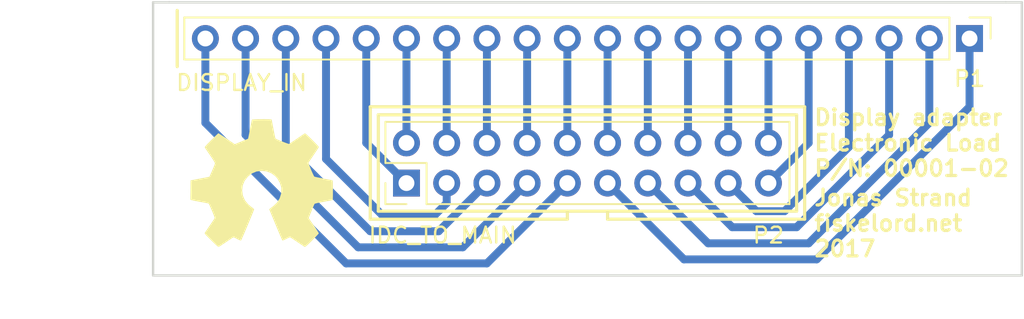
<source format=kicad_pcb>
(kicad_pcb (version 4) (host pcbnew 4.0.5)

  (general
    (links 20)
    (no_connects 0)
    (area 138.354999 67.488999 193.369001 84.911001)
    (thickness 1.6)
    (drawings 26)
    (tracks 51)
    (zones 0)
    (modules 3)
    (nets 21)
  )

  (page A4)
  (layers
    (0 F.Cu signal)
    (31 B.Cu signal)
    (32 B.Adhes user)
    (33 F.Adhes user)
    (34 B.Paste user)
    (35 F.Paste user)
    (36 B.SilkS user)
    (37 F.SilkS user)
    (38 B.Mask user)
    (39 F.Mask user)
    (40 Dwgs.User user)
    (41 Cmts.User user)
    (42 Eco1.User user)
    (43 Eco2.User user)
    (44 Edge.Cuts user)
    (45 Margin user)
    (46 B.CrtYd user)
    (47 F.CrtYd user)
    (48 B.Fab user)
    (49 F.Fab user)
  )

  (setup
    (last_trace_width 0.5)
    (trace_clearance 0.2)
    (zone_clearance 0.508)
    (zone_45_only no)
    (trace_min 0.2)
    (segment_width 0.2)
    (edge_width 0.15)
    (via_size 0.6)
    (via_drill 0.4)
    (via_min_size 0.4)
    (via_min_drill 0.3)
    (uvia_size 0.3)
    (uvia_drill 0.1)
    (uvias_allowed no)
    (uvia_min_size 0.2)
    (uvia_min_drill 0.1)
    (pcb_text_width 0.3)
    (pcb_text_size 1.5 1.5)
    (mod_edge_width 0.15)
    (mod_text_size 1 1)
    (mod_text_width 0.15)
    (pad_size 1.524 1.524)
    (pad_drill 0.762)
    (pad_to_mask_clearance 0.2)
    (aux_axis_origin 0 0)
    (visible_elements FFFFFF7F)
    (pcbplotparams
      (layerselection 0x010f0_80000001)
      (usegerberextensions false)
      (excludeedgelayer true)
      (linewidth 0.100000)
      (plotframeref false)
      (viasonmask false)
      (mode 1)
      (useauxorigin false)
      (hpglpennumber 1)
      (hpglpenspeed 20)
      (hpglpendiameter 15)
      (hpglpenoverlay 2)
      (psnegative false)
      (psa4output false)
      (plotreference true)
      (plotvalue true)
      (plotinvisibletext false)
      (padsonsilk false)
      (subtractmaskfromsilk false)
      (outputformat 1)
      (mirror false)
      (drillshape 0)
      (scaleselection 1)
      (outputdirectory gerber/))
  )

  (net 0 "")
  (net 1 /CS1)
  (net 2 /CS2)
  (net 3 /VSS)
  (net 4 /VDD)
  (net 5 /Vo)
  (net 6 /D/I)
  (net 7 /R/W)
  (net 8 /EN)
  (net 9 /DB0)
  (net 10 /DB1)
  (net 11 /DB2)
  (net 12 /DB3)
  (net 13 /DB4)
  (net 14 /DB5)
  (net 15 /DB6)
  (net 16 /DB7)
  (net 17 /RST)
  (net 18 /VEE)
  (net 19 /BCK_A)
  (net 20 /BCK_K)

  (net_class Default "This is the default net class."
    (clearance 0.2)
    (trace_width 0.5)
    (via_dia 0.6)
    (via_drill 0.4)
    (uvia_dia 0.3)
    (uvia_drill 0.1)
    (add_net /BCK_A)
    (add_net /BCK_K)
    (add_net /CS1)
    (add_net /CS2)
    (add_net /D/I)
    (add_net /DB0)
    (add_net /DB1)
    (add_net /DB2)
    (add_net /DB3)
    (add_net /DB4)
    (add_net /DB5)
    (add_net /DB6)
    (add_net /DB7)
    (add_net /EN)
    (add_net /R/W)
    (add_net /RST)
    (add_net /VDD)
    (add_net /VEE)
    (add_net /VSS)
    (add_net /Vo)
  )

  (module Pin_Headers:Pin_Header_Straight_1x20_Pitch2.54mm (layer F.Cu) (tedit 59D61C89) (tstamp 59D601BE)
    (at 189.992 69.85 270)
    (descr "Through hole straight pin header, 1x20, 2.54mm pitch, single row")
    (tags "Through hole pin header THT 1x20 2.54mm single row")
    (path /59D6002C)
    (fp_text reference P1 (at 2.54 0 360) (layer F.SilkS)
      (effects (font (size 1 1) (thickness 0.15)))
    )
    (fp_text value DISPLAY_IN (at 2.794 45.974 360) (layer F.Fab)
      (effects (font (size 1 1) (thickness 0.15)))
    )
    (fp_line (start -0.635 -1.27) (end 1.27 -1.27) (layer F.Fab) (width 0.1))
    (fp_line (start 1.27 -1.27) (end 1.27 49.53) (layer F.Fab) (width 0.1))
    (fp_line (start 1.27 49.53) (end -1.27 49.53) (layer F.Fab) (width 0.1))
    (fp_line (start -1.27 49.53) (end -1.27 -0.635) (layer F.Fab) (width 0.1))
    (fp_line (start -1.27 -0.635) (end -0.635 -1.27) (layer F.Fab) (width 0.1))
    (fp_line (start -1.33 49.59) (end 1.33 49.59) (layer F.SilkS) (width 0.12))
    (fp_line (start -1.33 1.27) (end -1.33 49.59) (layer F.SilkS) (width 0.12))
    (fp_line (start 1.33 1.27) (end 1.33 49.59) (layer F.SilkS) (width 0.12))
    (fp_line (start -1.33 1.27) (end 1.33 1.27) (layer F.SilkS) (width 0.12))
    (fp_line (start -1.33 0) (end -1.33 -1.33) (layer F.SilkS) (width 0.12))
    (fp_line (start -1.33 -1.33) (end 0 -1.33) (layer F.SilkS) (width 0.12))
    (fp_line (start -1.8 -1.8) (end -1.8 50.05) (layer F.CrtYd) (width 0.05))
    (fp_line (start -1.8 50.05) (end 1.8 50.05) (layer F.CrtYd) (width 0.05))
    (fp_line (start 1.8 50.05) (end 1.8 -1.8) (layer F.CrtYd) (width 0.05))
    (fp_line (start 1.8 -1.8) (end -1.8 -1.8) (layer F.CrtYd) (width 0.05))
    (fp_text user %R (at 2.54 0 360) (layer F.Fab)
      (effects (font (size 1 1) (thickness 0.15)))
    )
    (pad 1 thru_hole rect (at 0 0 270) (size 1.7 1.7) (drill 1) (layers *.Cu *.Mask)
      (net 1 /CS1))
    (pad 2 thru_hole oval (at 0 2.54 270) (size 1.7 1.7) (drill 1) (layers *.Cu *.Mask)
      (net 2 /CS2))
    (pad 3 thru_hole oval (at 0 5.08 270) (size 1.7 1.7) (drill 1) (layers *.Cu *.Mask)
      (net 3 /VSS))
    (pad 4 thru_hole oval (at 0 7.62 270) (size 1.7 1.7) (drill 1) (layers *.Cu *.Mask)
      (net 4 /VDD))
    (pad 5 thru_hole oval (at 0 10.16 270) (size 1.7 1.7) (drill 1) (layers *.Cu *.Mask)
      (net 5 /Vo))
    (pad 6 thru_hole oval (at 0 12.7 270) (size 1.7 1.7) (drill 1) (layers *.Cu *.Mask)
      (net 6 /D/I))
    (pad 7 thru_hole oval (at 0 15.24 270) (size 1.7 1.7) (drill 1) (layers *.Cu *.Mask)
      (net 7 /R/W))
    (pad 8 thru_hole oval (at 0 17.78 270) (size 1.7 1.7) (drill 1) (layers *.Cu *.Mask)
      (net 8 /EN))
    (pad 9 thru_hole oval (at 0 20.32 270) (size 1.7 1.7) (drill 1) (layers *.Cu *.Mask)
      (net 9 /DB0))
    (pad 10 thru_hole oval (at 0 22.86 270) (size 1.7 1.7) (drill 1) (layers *.Cu *.Mask)
      (net 10 /DB1))
    (pad 11 thru_hole oval (at 0 25.4 270) (size 1.7 1.7) (drill 1) (layers *.Cu *.Mask)
      (net 11 /DB2))
    (pad 12 thru_hole oval (at 0 27.94 270) (size 1.7 1.7) (drill 1) (layers *.Cu *.Mask)
      (net 12 /DB3))
    (pad 13 thru_hole oval (at 0 30.48 270) (size 1.7 1.7) (drill 1) (layers *.Cu *.Mask)
      (net 13 /DB4))
    (pad 14 thru_hole oval (at 0 33.02 270) (size 1.7 1.7) (drill 1) (layers *.Cu *.Mask)
      (net 14 /DB5))
    (pad 15 thru_hole oval (at 0 35.56 270) (size 1.7 1.7) (drill 1) (layers *.Cu *.Mask)
      (net 15 /DB6))
    (pad 16 thru_hole oval (at 0 38.1 270) (size 1.7 1.7) (drill 1) (layers *.Cu *.Mask)
      (net 16 /DB7))
    (pad 17 thru_hole oval (at 0 40.64 270) (size 1.7 1.7) (drill 1) (layers *.Cu *.Mask)
      (net 17 /RST))
    (pad 18 thru_hole oval (at 0 43.18 270) (size 1.7 1.7) (drill 1) (layers *.Cu *.Mask)
      (net 18 /VEE))
    (pad 19 thru_hole oval (at 0 45.72 270) (size 1.7 1.7) (drill 1) (layers *.Cu *.Mask)
      (net 19 /BCK_A))
    (pad 20 thru_hole oval (at 0 48.26 270) (size 1.7 1.7) (drill 1) (layers *.Cu *.Mask)
      (net 20 /BCK_K))
    (model ${KISYS3DMOD}/Pin_Headers.3dshapes/Pin_Header_Straight_1x20_Pitch2.54mm.wrl
      (at (xyz 0 0 0))
      (scale (xyz 1 1 1))
      (rotate (xyz 0 0 0))
    )
  )

  (module Pin_Headers:Pin_Header_Straight_2x10_Pitch2.54mm (layer F.Cu) (tedit 59D61C83) (tstamp 59D601D6)
    (at 154.432 78.994 90)
    (descr "Through hole straight pin header, 2x10, 2.54mm pitch, double rows")
    (tags "Through hole pin header THT 2x10 2.54mm double row")
    (path /59D600A4)
    (fp_text reference P2 (at -3.302 22.86 180) (layer F.SilkS)
      (effects (font (size 1 1) (thickness 0.15)))
    )
    (fp_text value IDC_TO_MAIN (at -3.302 2.286 180) (layer F.Fab)
      (effects (font (size 1 1) (thickness 0.15)))
    )
    (fp_line (start 0 -1.27) (end 3.81 -1.27) (layer F.Fab) (width 0.1))
    (fp_line (start 3.81 -1.27) (end 3.81 24.13) (layer F.Fab) (width 0.1))
    (fp_line (start 3.81 24.13) (end -1.27 24.13) (layer F.Fab) (width 0.1))
    (fp_line (start -1.27 24.13) (end -1.27 0) (layer F.Fab) (width 0.1))
    (fp_line (start -1.27 0) (end 0 -1.27) (layer F.Fab) (width 0.1))
    (fp_line (start -1.33 24.19) (end 3.87 24.19) (layer F.SilkS) (width 0.12))
    (fp_line (start -1.33 1.27) (end -1.33 24.19) (layer F.SilkS) (width 0.12))
    (fp_line (start 3.87 -1.33) (end 3.87 24.19) (layer F.SilkS) (width 0.12))
    (fp_line (start -1.33 1.27) (end 1.27 1.27) (layer F.SilkS) (width 0.12))
    (fp_line (start 1.27 1.27) (end 1.27 -1.33) (layer F.SilkS) (width 0.12))
    (fp_line (start 1.27 -1.33) (end 3.87 -1.33) (layer F.SilkS) (width 0.12))
    (fp_line (start -1.33 0) (end -1.33 -1.33) (layer F.SilkS) (width 0.12))
    (fp_line (start -1.33 -1.33) (end 0 -1.33) (layer F.SilkS) (width 0.12))
    (fp_line (start -1.8 -1.8) (end -1.8 24.65) (layer F.CrtYd) (width 0.05))
    (fp_line (start -1.8 24.65) (end 4.35 24.65) (layer F.CrtYd) (width 0.05))
    (fp_line (start 4.35 24.65) (end 4.35 -1.8) (layer F.CrtYd) (width 0.05))
    (fp_line (start 4.35 -1.8) (end -1.8 -1.8) (layer F.CrtYd) (width 0.05))
    (fp_text user %R (at -3.302 22.86 180) (layer F.Fab)
      (effects (font (size 1 1) (thickness 0.15)))
    )
    (pad 1 thru_hole rect (at 0 0 90) (size 1.7 1.7) (drill 1) (layers *.Cu *.Mask)
      (net 16 /DB7))
    (pad 2 thru_hole oval (at 2.54 0 90) (size 1.7 1.7) (drill 1) (layers *.Cu *.Mask)
      (net 15 /DB6))
    (pad 3 thru_hole oval (at 0 2.54 90) (size 1.7 1.7) (drill 1) (layers *.Cu *.Mask)
      (net 17 /RST))
    (pad 4 thru_hole oval (at 2.54 2.54 90) (size 1.7 1.7) (drill 1) (layers *.Cu *.Mask)
      (net 14 /DB5))
    (pad 5 thru_hole oval (at 0 5.08 90) (size 1.7 1.7) (drill 1) (layers *.Cu *.Mask)
      (net 18 /VEE))
    (pad 6 thru_hole oval (at 2.54 5.08 90) (size 1.7 1.7) (drill 1) (layers *.Cu *.Mask)
      (net 13 /DB4))
    (pad 7 thru_hole oval (at 0 7.62 90) (size 1.7 1.7) (drill 1) (layers *.Cu *.Mask)
      (net 19 /BCK_A))
    (pad 8 thru_hole oval (at 2.54 7.62 90) (size 1.7 1.7) (drill 1) (layers *.Cu *.Mask)
      (net 12 /DB3))
    (pad 9 thru_hole oval (at 0 10.16 90) (size 1.7 1.7) (drill 1) (layers *.Cu *.Mask)
      (net 20 /BCK_K))
    (pad 10 thru_hole oval (at 2.54 10.16 90) (size 1.7 1.7) (drill 1) (layers *.Cu *.Mask)
      (net 11 /DB2))
    (pad 11 thru_hole oval (at 0 12.7 90) (size 1.7 1.7) (drill 1) (layers *.Cu *.Mask)
      (net 1 /CS1))
    (pad 12 thru_hole oval (at 2.54 12.7 90) (size 1.7 1.7) (drill 1) (layers *.Cu *.Mask)
      (net 10 /DB1))
    (pad 13 thru_hole oval (at 0 15.24 90) (size 1.7 1.7) (drill 1) (layers *.Cu *.Mask)
      (net 2 /CS2))
    (pad 14 thru_hole oval (at 2.54 15.24 90) (size 1.7 1.7) (drill 1) (layers *.Cu *.Mask)
      (net 9 /DB0))
    (pad 15 thru_hole oval (at 0 17.78 90) (size 1.7 1.7) (drill 1) (layers *.Cu *.Mask)
      (net 3 /VSS))
    (pad 16 thru_hole oval (at 2.54 17.78 90) (size 1.7 1.7) (drill 1) (layers *.Cu *.Mask)
      (net 8 /EN))
    (pad 17 thru_hole oval (at 0 20.32 90) (size 1.7 1.7) (drill 1) (layers *.Cu *.Mask)
      (net 4 /VDD))
    (pad 18 thru_hole oval (at 2.54 20.32 90) (size 1.7 1.7) (drill 1) (layers *.Cu *.Mask)
      (net 7 /R/W))
    (pad 19 thru_hole oval (at 0 22.86 90) (size 1.7 1.7) (drill 1) (layers *.Cu *.Mask)
      (net 5 /Vo))
    (pad 20 thru_hole oval (at 2.54 22.86 90) (size 1.7 1.7) (drill 1) (layers *.Cu *.Mask)
      (net 6 /D/I))
    (model ${KISYS3DMOD}/Pin_Headers.3dshapes/Pin_Header_Straight_2x10_Pitch2.54mm.wrl
      (at (xyz 0 0 0))
      (scale (xyz 1 1 1))
      (rotate (xyz 0 0 0))
    )
  )

  (module OSHW:OSHW_silkscreen-front_9mm (layer F.Cu) (tedit 0) (tstamp 59D76887)
    (at 145.288 78.994)
    (fp_text reference G*** (at 0 4.77266) (layer F.SilkS) hide
      (effects (font (size 0.40894 0.40894) (thickness 0.08128)))
    )
    (fp_text value OSHW_silkscreen-front_9mm (at 0 -4.77266) (layer F.SilkS) hide
      (effects (font (size 0.40894 0.40894) (thickness 0.08128)))
    )
    (fp_poly (pts (xy -2.72796 4.04114) (xy -2.6797 4.01828) (xy -2.57556 3.9497) (xy -2.4257 3.85318)
      (xy -2.2479 3.7338) (xy -2.0701 3.61188) (xy -1.92278 3.51536) (xy -1.81864 3.44932)
      (xy -1.778 3.42646) (xy -1.7526 3.43408) (xy -1.66878 3.47472) (xy -1.54686 3.53822)
      (xy -1.47574 3.57632) (xy -1.36144 3.62458) (xy -1.30556 3.63474) (xy -1.29794 3.6195)
      (xy -1.25476 3.53314) (xy -1.19126 3.38582) (xy -1.1049 3.19024) (xy -1.00838 2.96164)
      (xy -0.90424 2.71526) (xy -0.8001 2.4638) (xy -0.70104 2.22504) (xy -0.61214 2.00914)
      (xy -0.54102 1.83388) (xy -0.4953 1.71196) (xy -0.47752 1.65862) (xy -0.4826 1.64846)
      (xy -0.53848 1.59258) (xy -0.63754 1.51892) (xy -0.8509 1.3462) (xy -1.06172 1.08458)
      (xy -1.18872 0.7874) (xy -1.2319 0.45466) (xy -1.19634 0.14732) (xy -1.07442 -0.14732)
      (xy -0.86868 -0.41148) (xy -0.61976 -0.6096) (xy -0.32766 -0.73406) (xy 0 -0.7747)
      (xy 0.31242 -0.73914) (xy 0.61468 -0.61976) (xy 0.87884 -0.4191) (xy 0.9906 -0.28956)
      (xy 1.14554 -0.02032) (xy 1.23444 0.2667) (xy 1.2446 0.34036) (xy 1.2319 0.65786)
      (xy 1.13792 0.96012) (xy 0.97028 1.2319) (xy 0.73914 1.45288) (xy 0.7112 1.4732)
      (xy 0.60198 1.55448) (xy 0.53086 1.61036) (xy 0.47498 1.65608) (xy 0.8763 2.62382)
      (xy 0.9398 2.77876) (xy 1.05156 3.04292) (xy 1.14808 3.27152) (xy 1.22682 3.45186)
      (xy 1.28016 3.57378) (xy 1.30302 3.62204) (xy 1.30556 3.62458) (xy 1.34112 3.6322)
      (xy 1.41478 3.60426) (xy 1.5494 3.53822) (xy 1.64084 3.4925) (xy 1.74244 3.44424)
      (xy 1.78816 3.42646) (xy 1.8288 3.44678) (xy 1.92786 3.51028) (xy 2.0701 3.6068)
      (xy 2.24536 3.72364) (xy 2.40792 3.8354) (xy 2.56032 3.937) (xy 2.67208 4.00812)
      (xy 2.72542 4.03606) (xy 2.73304 4.03606) (xy 2.7813 4.01066) (xy 2.86766 3.937)
      (xy 2.99974 3.81254) (xy 3.1877 3.62712) (xy 3.21564 3.59918) (xy 3.36804 3.44424)
      (xy 3.4925 3.31216) (xy 3.57632 3.22072) (xy 3.6068 3.17754) (xy 3.6068 3.17754)
      (xy 3.57886 3.1242) (xy 3.51028 3.01498) (xy 3.40868 2.86004) (xy 3.28676 2.6797)
      (xy 2.96672 2.21488) (xy 3.14198 1.77546) (xy 3.19532 1.64084) (xy 3.2639 1.47574)
      (xy 3.31724 1.3589) (xy 3.34264 1.3081) (xy 3.3909 1.29286) (xy 3.51028 1.26238)
      (xy 3.68554 1.22682) (xy 3.89382 1.18872) (xy 4.09194 1.15062) (xy 4.26974 1.1176)
      (xy 4.39928 1.0922) (xy 4.4577 1.08204) (xy 4.47294 1.07188) (xy 4.4831 1.04394)
      (xy 4.49072 0.98298) (xy 4.4958 0.87376) (xy 4.49834 0.70358) (xy 4.49834 0.45466)
      (xy 4.49834 0.42926) (xy 4.4958 0.1905) (xy 4.49326 0.00254) (xy 4.48564 -0.11938)
      (xy 4.47802 -0.16764) (xy 4.47548 -0.17018) (xy 4.42214 -0.18288) (xy 4.29514 -0.21082)
      (xy 4.1148 -0.24384) (xy 3.90144 -0.28448) (xy 3.88874 -0.28702) (xy 3.67538 -0.3302)
      (xy 3.49758 -0.36576) (xy 3.37312 -0.3937) (xy 3.31978 -0.41148) (xy 3.30962 -0.42672)
      (xy 3.26644 -0.51054) (xy 3.20548 -0.64262) (xy 3.13436 -0.80264) (xy 3.06578 -0.97028)
      (xy 3.00482 -1.12014) (xy 2.96418 -1.2319) (xy 2.95148 -1.2827) (xy 2.95148 -1.28524)
      (xy 2.9845 -1.33604) (xy 3.05816 -1.44526) (xy 3.1623 -1.59766) (xy 3.28422 -1.78054)
      (xy 3.29438 -1.79324) (xy 3.4163 -1.97358) (xy 3.51536 -2.12598) (xy 3.58394 -2.2352)
      (xy 3.6068 -2.28346) (xy 3.6068 -2.286) (xy 3.56616 -2.33934) (xy 3.47472 -2.44094)
      (xy 3.34264 -2.5781) (xy 3.18516 -2.73812) (xy 3.1369 -2.78638) (xy 2.96164 -2.9591)
      (xy 2.83972 -3.06832) (xy 2.76352 -3.12928) (xy 2.72796 -3.14198) (xy 2.72542 -3.14198)
      (xy 2.67208 -3.10896) (xy 2.55778 -3.0353) (xy 2.40538 -2.93116) (xy 2.2225 -2.8067)
      (xy 2.2098 -2.79654) (xy 2.02946 -2.67462) (xy 1.8796 -2.57302) (xy 1.77292 -2.50444)
      (xy 1.7272 -2.4765) (xy 1.71704 -2.4765) (xy 1.64592 -2.49682) (xy 1.51638 -2.54254)
      (xy 1.3589 -2.6035) (xy 1.1938 -2.66954) (xy 1.0414 -2.73304) (xy 0.92964 -2.78638)
      (xy 0.8763 -2.81432) (xy 0.87376 -2.81686) (xy 0.85344 -2.8829) (xy 0.82296 -3.01752)
      (xy 0.78486 -3.20294) (xy 0.74422 -3.42138) (xy 0.7366 -3.45694) (xy 0.69596 -3.67284)
      (xy 0.66294 -3.85064) (xy 0.63754 -3.97256) (xy 0.62484 -4.02336) (xy 0.59436 -4.02844)
      (xy 0.48768 -4.03606) (xy 0.3302 -4.04114) (xy 0.13462 -4.04368) (xy -0.06858 -4.04114)
      (xy -0.2667 -4.0386) (xy -0.43688 -4.03098) (xy -0.5588 -4.02336) (xy -0.6096 -4.0132)
      (xy -0.6096 -4.01066) (xy -0.62992 -3.94462) (xy -0.65786 -3.81) (xy -0.69596 -3.62204)
      (xy -0.73914 -3.40106) (xy -0.74676 -3.36296) (xy -0.7874 -3.1496) (xy -0.82296 -2.97434)
      (xy -0.84836 -2.85242) (xy -0.86106 -2.8067) (xy -0.88138 -2.79654) (xy -0.97028 -2.7559)
      (xy -1.11252 -2.69748) (xy -1.29032 -2.62636) (xy -1.7018 -2.45872) (xy -2.20726 -2.80416)
      (xy -2.25298 -2.83718) (xy -2.43586 -2.9591) (xy -2.58572 -3.05816) (xy -2.68986 -3.12674)
      (xy -2.7305 -3.15214) (xy -2.73558 -3.1496) (xy -2.78638 -3.10642) (xy -2.88544 -3.01244)
      (xy -3.0226 -2.87782) (xy -3.18262 -2.72034) (xy -3.29946 -2.60096) (xy -3.43916 -2.46126)
      (xy -3.52552 -2.36474) (xy -3.57378 -2.30378) (xy -3.59156 -2.26822) (xy -3.58648 -2.24282)
      (xy -3.556 -2.19202) (xy -3.4798 -2.08026) (xy -3.37566 -1.92532) (xy -3.25374 -1.74752)
      (xy -3.15214 -1.59766) (xy -3.04292 -1.43002) (xy -2.9718 -1.3081) (xy -2.9464 -1.24968)
      (xy -2.95402 -1.22428) (xy -2.98704 -1.12522) (xy -3.048 -0.97536) (xy -3.1242 -0.79756)
      (xy -3.29946 -0.39878) (xy -3.56108 -0.34798) (xy -3.7211 -0.3175) (xy -3.94208 -0.27432)
      (xy -4.15544 -0.23368) (xy -4.48818 -0.17018) (xy -4.49834 1.04902) (xy -4.44754 1.07188)
      (xy -4.39928 1.08458) (xy -4.27482 1.11252) (xy -4.09956 1.14808) (xy -3.89382 1.18618)
      (xy -3.71602 1.2192) (xy -3.53822 1.25222) (xy -3.41122 1.27762) (xy -3.35534 1.29032)
      (xy -3.3401 1.3081) (xy -3.29692 1.39446) (xy -3.23342 1.53162) (xy -3.1623 1.69672)
      (xy -3.09118 1.8669) (xy -3.02768 2.02438) (xy -2.9845 2.14376) (xy -2.96926 2.20726)
      (xy -2.99212 2.25298) (xy -3.05816 2.35712) (xy -3.15722 2.50698) (xy -3.27914 2.68478)
      (xy -3.39852 2.86004) (xy -3.50012 3.01244) (xy -3.57378 3.11912) (xy -3.60172 3.16992)
      (xy -3.58648 3.20294) (xy -3.51536 3.2893) (xy -3.38328 3.42646) (xy -3.18516 3.62204)
      (xy -3.15214 3.65506) (xy -2.99466 3.80746) (xy -2.86258 3.92938) (xy -2.7686 4.01066)
      (xy -2.72796 4.04114)) (layer F.SilkS) (width 0.00254))
  )

  (dimension 17.272 (width 0.3) (layer Dwgs.User)
    (gr_text "17,272 mm" (at 135.048 76.2 90) (layer Dwgs.User)
      (effects (font (size 1.5 1.5) (thickness 0.3)))
    )
    (feature1 (pts (xy 138.43 67.564) (xy 133.698 67.564)))
    (feature2 (pts (xy 138.43 84.836) (xy 133.698 84.836)))
    (crossbar (pts (xy 136.398 84.836) (xy 136.398 67.564)))
    (arrow1a (pts (xy 136.398 67.564) (xy 136.984421 68.690504)))
    (arrow1b (pts (xy 136.398 67.564) (xy 135.811579 68.690504)))
    (arrow2a (pts (xy 136.398 84.836) (xy 136.984421 83.709496)))
    (arrow2b (pts (xy 136.398 84.836) (xy 135.811579 83.709496)))
  )
  (dimension 54.864 (width 0.3) (layer Dwgs.User)
    (gr_text "54,864 mm" (at 165.862 88.218) (layer Dwgs.User)
      (effects (font (size 1.5 1.5) (thickness 0.3)))
    )
    (feature1 (pts (xy 193.294 84.836) (xy 193.294 89.568)))
    (feature2 (pts (xy 138.43 84.836) (xy 138.43 89.568)))
    (crossbar (pts (xy 138.43 86.868) (xy 193.294 86.868)))
    (arrow1a (pts (xy 193.294 86.868) (xy 192.167496 87.454421)))
    (arrow1b (pts (xy 193.294 86.868) (xy 192.167496 86.281579)))
    (arrow2a (pts (xy 138.43 86.868) (xy 139.556504 87.454421)))
    (arrow2b (pts (xy 138.43 86.868) (xy 139.556504 86.281579)))
  )
  (gr_text DISPLAY_IN (at 144.018 72.644) (layer F.SilkS)
    (effects (font (size 1 1) (thickness 0.15)))
  )
  (gr_text IDC_TO_MAIN (at 156.718 82.296) (layer F.SilkS)
    (effects (font (size 1 1) (thickness 0.15)))
  )
  (gr_line (start 138.43 67.564) (end 139.446 67.564) (angle 90) (layer Edge.Cuts) (width 0.15))
  (gr_line (start 138.43 84.836) (end 138.43 67.564) (angle 90) (layer Edge.Cuts) (width 0.15))
  (gr_line (start 193.294 84.836) (end 138.43 84.836) (angle 90) (layer Edge.Cuts) (width 0.15))
  (gr_line (start 193.294 67.564) (end 193.294 84.836) (angle 90) (layer Edge.Cuts) (width 0.15))
  (gr_line (start 192.278 67.564) (end 193.294 67.564) (angle 90) (layer Edge.Cuts) (width 0.15))
  (gr_line (start 139.446 67.564) (end 192.278 67.564) (angle 90) (layer Edge.Cuts) (width 0.15))
  (gr_text "Jonas Strand\nfiskelord.net\n2017" (at 180.086 81.534) (layer F.SilkS)
    (effects (font (size 1 1) (thickness 0.2)) (justify left))
  )
  (gr_text "Display adapter\nElectronic Load\nP/N: 00001-02" (at 180.086 76.454) (layer F.SilkS)
    (effects (font (size 1 1) (thickness 0.2)) (justify left))
  )
  (gr_line (start 139.954 71.628) (end 139.954 68.072) (angle 90) (layer F.SilkS) (width 0.2))
  (gr_line (start 164.592 80.772) (end 167.132 80.772) (angle 90) (layer F.SilkS) (width 0.2))
  (gr_line (start 164.592 81.28) (end 164.592 80.772) (angle 90) (layer F.SilkS) (width 0.2))
  (gr_line (start 152.146 81.28) (end 164.592 81.28) (angle 90) (layer F.SilkS) (width 0.2))
  (gr_line (start 152.146 74.168) (end 152.146 81.28) (angle 90) (layer F.SilkS) (width 0.2))
  (gr_line (start 179.578 74.168) (end 152.146 74.168) (angle 90) (layer F.SilkS) (width 0.2))
  (gr_line (start 179.578 81.28) (end 179.578 74.168) (angle 90) (layer F.SilkS) (width 0.2))
  (gr_line (start 167.132 81.28) (end 179.578 81.28) (angle 90) (layer F.SilkS) (width 0.2))
  (gr_line (start 167.132 80.772) (end 167.132 81.28) (angle 90) (layer F.SilkS) (width 0.2))
  (gr_line (start 179.07 80.772) (end 167.132 80.772) (angle 90) (layer F.SilkS) (width 0.2))
  (gr_line (start 179.07 74.676) (end 179.07 80.772) (angle 90) (layer F.SilkS) (width 0.2))
  (gr_line (start 152.654 74.676) (end 179.07 74.676) (angle 90) (layer F.SilkS) (width 0.2))
  (gr_line (start 152.654 80.772) (end 152.654 74.676) (angle 90) (layer F.SilkS) (width 0.2))
  (gr_line (start 164.592 80.772) (end 152.654 80.772) (angle 90) (layer F.SilkS) (width 0.2))

  (segment (start 189.992 69.85) (end 189.992 74.168) (width 0.5) (layer B.Cu) (net 1))
  (segment (start 189.992 74.168) (end 180.34 83.82) (width 0.5) (layer B.Cu) (net 1) (tstamp 59D61897))
  (segment (start 171.958 83.82) (end 167.132 78.994) (width 0.5) (layer B.Cu) (net 1) (tstamp 59D6189E))
  (segment (start 180.34 83.82) (end 171.958 83.82) (width 0.5) (layer B.Cu) (net 1) (tstamp 59D61899))
  (segment (start 187.452 69.85) (end 187.452 69.596) (width 0.5) (layer F.Cu) (net 2))
  (segment (start 187.452 69.85) (end 187.452 75.184) (width 0.5) (layer B.Cu) (net 2))
  (segment (start 187.452 75.184) (end 179.832 82.804) (width 0.5) (layer B.Cu) (net 2) (tstamp 59D61889))
  (segment (start 173.482 82.804) (end 169.672 78.994) (width 0.5) (layer B.Cu) (net 2) (tstamp 59D61893))
  (segment (start 179.832 82.804) (end 173.482 82.804) (width 0.5) (layer B.Cu) (net 2) (tstamp 59D6188C))
  (segment (start 184.912 69.85) (end 184.912 75.946) (width 0.5) (layer B.Cu) (net 3))
  (segment (start 184.912 75.946) (end 179.07 81.788) (width 0.5) (layer B.Cu) (net 3) (tstamp 59D6187B))
  (segment (start 175.006 81.788) (end 172.212 78.994) (width 0.5) (layer B.Cu) (net 3) (tstamp 59D61885))
  (segment (start 179.07 81.788) (end 175.006 81.788) (width 0.5) (layer B.Cu) (net 3) (tstamp 59D61880))
  (segment (start 182.372 69.85) (end 182.372 69.596) (width 0.5) (layer F.Cu) (net 4))
  (segment (start 182.372 69.85) (end 182.372 76.708) (width 0.5) (layer B.Cu) (net 4))
  (segment (start 182.372 76.708) (end 178.308 80.772) (width 0.5) (layer B.Cu) (net 4) (tstamp 59D6186E))
  (segment (start 176.53 80.772) (end 174.752 78.994) (width 0.5) (layer B.Cu) (net 4) (tstamp 59D61873))
  (segment (start 178.308 80.772) (end 176.53 80.772) (width 0.5) (layer B.Cu) (net 4) (tstamp 59D61870))
  (segment (start 179.832 69.85) (end 179.832 76.454) (width 0.5) (layer B.Cu) (net 5))
  (segment (start 179.832 76.454) (end 177.292 78.994) (width 0.5) (layer B.Cu) (net 5) (tstamp 59D61869))
  (segment (start 177.292 69.85) (end 177.292 76.454) (width 0.5) (layer B.Cu) (net 6))
  (segment (start 174.752 69.85) (end 174.752 76.454) (width 0.5) (layer B.Cu) (net 7))
  (segment (start 172.212 69.85) (end 172.212 69.596) (width 0.5) (layer F.Cu) (net 8))
  (segment (start 172.212 69.85) (end 172.212 76.454) (width 0.5) (layer B.Cu) (net 8))
  (segment (start 169.672 69.85) (end 169.672 76.454) (width 0.5) (layer B.Cu) (net 9))
  (segment (start 167.132 69.85) (end 167.132 76.454) (width 0.5) (layer B.Cu) (net 10))
  (segment (start 164.592 69.85) (end 164.592 76.454) (width 0.5) (layer B.Cu) (net 11))
  (segment (start 162.052 69.85) (end 162.052 76.454) (width 0.5) (layer B.Cu) (net 12))
  (segment (start 159.512 69.85) (end 159.512 76.454) (width 0.5) (layer B.Cu) (net 13))
  (segment (start 156.972 69.85) (end 156.972 76.454) (width 0.5) (layer B.Cu) (net 14))
  (segment (start 154.432 69.85) (end 154.432 76.454) (width 0.5) (layer B.Cu) (net 15))
  (segment (start 151.892 76.454) (end 154.432 78.994) (width 0.5) (layer B.Cu) (net 16) (tstamp 59D618A3))
  (segment (start 151.892 69.85) (end 151.892 76.454) (width 0.5) (layer B.Cu) (net 16))
  (segment (start 156.972 80.264) (end 156.972 78.994) (width 0.5) (layer B.Cu) (net 17) (tstamp 59D618BB))
  (segment (start 156.21 81.026) (end 156.972 80.264) (width 0.5) (layer B.Cu) (net 17) (tstamp 59D618B7))
  (segment (start 152.908 81.026) (end 156.21 81.026) (width 0.5) (layer B.Cu) (net 17) (tstamp 59D618AE))
  (segment (start 149.352 69.85) (end 149.352 77.47) (width 0.5) (layer B.Cu) (net 17))
  (segment (start 149.352 77.47) (end 152.908 81.026) (width 0.5) (layer B.Cu) (net 17) (tstamp 59D618A8))
  (segment (start 146.812 69.85) (end 146.558 69.85) (width 0.5) (layer F.Cu) (net 18))
  (segment (start 156.464 82.042) (end 159.512 78.994) (width 0.5) (layer B.Cu) (net 18) (tstamp 59D618C4))
  (segment (start 152.146 82.042) (end 156.464 82.042) (width 0.5) (layer B.Cu) (net 18) (tstamp 59D618C2))
  (segment (start 146.812 69.85) (end 146.812 76.708) (width 0.5) (layer B.Cu) (net 18))
  (segment (start 146.812 76.708) (end 152.146 82.042) (width 0.5) (layer B.Cu) (net 18) (tstamp 59D618BE))
  (segment (start 157.988 83.058) (end 162.052 78.994) (width 0.5) (layer B.Cu) (net 19) (tstamp 59D618D5))
  (segment (start 151.384 83.058) (end 157.988 83.058) (width 0.5) (layer B.Cu) (net 19) (tstamp 59D618D0))
  (segment (start 144.272 69.85) (end 144.272 75.946) (width 0.5) (layer B.Cu) (net 19))
  (segment (start 144.272 75.946) (end 151.384 83.058) (width 0.5) (layer B.Cu) (net 19) (tstamp 59D618CB))
  (segment (start 159.512 84.074) (end 164.592 78.994) (width 0.5) (layer B.Cu) (net 20) (tstamp 59D618DD))
  (segment (start 150.622 84.074) (end 159.512 84.074) (width 0.5) (layer B.Cu) (net 20) (tstamp 59D618DB))
  (segment (start 141.732 75.184) (end 150.622 84.074) (width 0.5) (layer B.Cu) (net 20) (tstamp 59D618D9))
  (segment (start 141.732 69.85) (end 141.732 75.184) (width 0.5) (layer B.Cu) (net 20))

)

</source>
